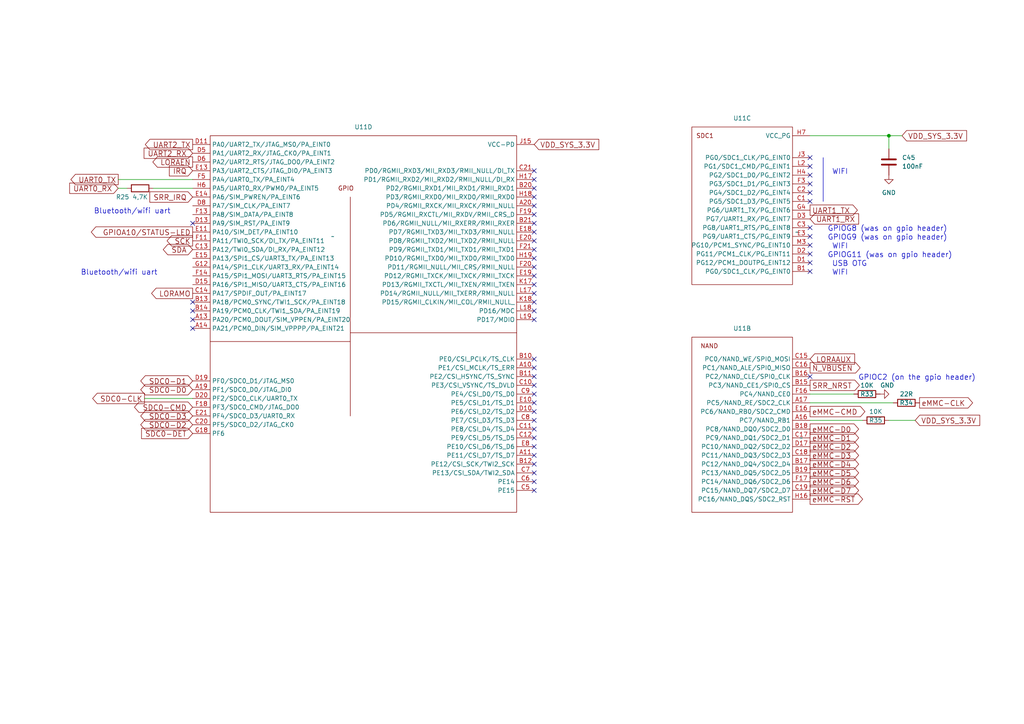
<source format=kicad_sch>
(kicad_sch (version 20230121) (generator eeschema)
  (paper "A4")
  (lib_symbols
    (symbol "Device:C" (pin_numbers hide) (pin_names (offset 0.254))
      (property "Reference" "C" (at 0.635 2.54 0))
      (property "Value" "C" (at 0.635 -2.54 0))
      (symbol "C_0_1"
        (polyline (pts (xy -2.032 -0.762) (xy 2.032 -0.762)) (stroke (width 0.508)))
        (polyline (pts (xy -2.032 0.762) (xy 2.032 0.762)) (stroke (width 0.508)))
      )
      (symbol "C_1_1"
        (pin passive line (at 0 3.81 270) (length 2.794) (name "~") (number "1"))
        (pin passive line (at 0 -3.81 90) (length 2.794) (name "~") (number "2"))
      )
    )
    (symbol "Device:R" (pin_numbers hide) (pin_names (offset 0))
      (property "Reference" "R" (at 2.032 0 90))
      (property "Value" "R" (at 0 0 90))
      (symbol "R_0_1"
        (rectangle (start -1.016 -2.54) (end 1.016 2.54) (stroke (width 0.254)))
      )
      (symbol "R_1_1"
        (pin passive line (at 0 3.81 270) (length 1.27) (name "~") (number "1"))
        (pin passive line (at 0 -3.81 90) (length 1.27) (name "~") (number "2"))
      )
    )
    (symbol "WiRoc:AllwinnerH3"
      (property "Reference" "U" (at 27.94 19.05 0))
      (symbol "AllwinnerH3_1_1"
        (rectangle (start -8.89 38.1) (end 11.43 -93.98))
        (text "DRAM" (at 1.27 35.56 0) (effects (font (size 1.27 1.27))))
        (pin bidirectional line (at -13.97 -27.94 0) (length 5.08) (name "SDQ25") (number "AA11"))
        (pin bidirectional line (at -13.97 -76.2 0) (length 5.08) (name "SDQM3") (number "AA12"))
        (pin bidirectional line (at -13.97 -17.78 0) (length 5.08) (name "SDQ21") (number "AA14"))
        (pin bidirectional line (at -13.97 -57.15 0) (length 5.08) (name "SDQS2") (number "AA15"))
        (pin bidirectional line (at -13.97 -7.62 0) (length 5.08) (name "SDQ17") (number "AA17"))
        (pin bidirectional line (at -13.97 -73.66 0) (length 5.08) (name "SDQM2") (number "AA18"))
        (pin output line (at 16.51 -53.34 180) (length 5.08) (name "SCK") (number "AA19"))
        (pin output line (at 16.51 -55.88 180) (length 5.08) (name "SCKB") (number "AA20"))
        (pin output line (at 16.51 -30.48 180) (length 5.08) (name "SCKE0") (number "AA21"))
        (pin bidirectional line (at -13.97 -38.1 0) (length 5.08) (name "SDQ29") (number "AA8"))
        (pin bidirectional line (at -13.97 -62.23 0) (length 5.08) (name "SDQS3") (number "AA9"))
        (pin bidirectional line (at -13.97 -71.12 0) (length 5.08) (name "SDQM1") (number "G20"))
        (pin bidirectional line (at -13.97 12.7 0) (length 5.08) (name "SDQ9") (number "H20"))
        (pin bidirectional line (at -13.97 10.16 0) (length 5.08) (name "SDQ10") (number "H21"))
        (pin bidirectional line (at -13.97 15.24 0) (length 5.08) (name "SDQ8") (number "J19"))
        (pin bidirectional line (at -13.97 -54.61 0) (length 5.08) (name "SDQSB1") (number "J20"))
        (pin bidirectional line (at -13.97 7.62 0) (length 5.08) (name "SDQ11") (number "J21"))
        (pin bidirectional line (at -13.97 -52.07 0) (length 5.08) (name "SDQS1") (number "K20"))
        (pin power_in line (at 16.51 -66.04 180) (length 5.08) (name "VCC_DRAM0") (number "L16"))
        (pin bidirectional line (at -13.97 5.08 0) (length 5.08) (name "SDQ12") (number "L20"))
        (pin bidirectional line (at -13.97 2.54 0) (length 5.08) (name "SDQ13") (number "L21"))
        (pin power_in line (at 16.51 -68.58 180) (length 5.08) (name "VCC_DRAM1") (number "M16"))
        (pin bidirectional line (at -13.97 -2.54 0) (length 5.08) (name "SDQ15") (number "M19"))
        (pin bidirectional line (at -13.97 -68.58 0) (length 5.08) (name "SDQM0") (number "M20"))
        (pin bidirectional line (at -13.97 0 0) (length 5.08) (name "SDQ14") (number "M21"))
        (pin power_in line (at 16.51 -71.12 180) (length 5.08) (name "VCC_DRAM2") (number "N16"))
        (pin output line (at 16.51 0 180) (length 5.08) (name "SA14") (number "N17"))
        (pin output line (at 16.51 7.62 180) (length 5.08) (name "SA11") (number "N19"))
        (pin bidirectional line (at -13.97 35.56 0) (length 5.08) (name "SDQ0") (number "N20"))
        (pin power_in line (at 16.51 -73.66 180) (length 5.08) (name "VCC_DRAM3") (number "P16"))
        (pin power_in line (at 16.51 -76.2 180) (length 5.08) (name "VCC_DRAM4") (number "P17"))
        (pin output line (at 16.51 10.16 180) (length 5.08) (name "SA10") (number "P19"))
        (pin bidirectional line (at -13.97 30.48 0) (length 5.08) (name "SDQ2") (number "P20"))
        (pin bidirectional line (at -13.97 33.02 0) (length 5.08) (name "SDQ1") (number "P21"))
        (pin power_in line (at 16.51 -78.74 180) (length 5.08) (name "VCC_DRAM5") (number "R16"))
        (pin output line (at 16.51 -2.54 180) (length 5.08) (name "SA15") (number "R17"))
        (pin output line (at 16.51 5.08 180) (length 5.08) (name "SA12") (number "R18"))
        (pin bidirectional line (at -13.97 25.4 0) (length 5.08) (name "SDQ4") (number "R19"))
        (pin bidirectional line (at -13.97 -46.99 0) (length 5.08) (name "SDQS0") (number "R20"))
        (pin bidirectional line (at -13.97 -49.53 0) (length 5.08) (name "SDQSB0") (number "R21"))
        (pin power_in line (at 16.51 -81.28 180) (length 5.08) (name "VCC_DRAM6") (number "T12"))
        (pin power_in line (at 16.51 -83.82 180) (length 5.08) (name "VCC_DRAM7") (number "T13"))
        (pin power_in line (at 16.51 -86.36 180) (length 5.08) (name "VCC_DRAM8") (number "T14"))
        (pin power_in line (at 16.51 -88.9 180) (length 5.08) (name "VCC_DRAM9") (number "T15"))
        (pin output line (at 16.51 -59.69 180) (length 5.08) (name "SVREF") (number "T16"))
        (pin output line (at 16.51 35.56 180) (length 5.08) (name "SA0") (number "T17"))
        (pin output line (at 16.51 -10.16 180) (length 5.08) (name "SBA1") (number "T18"))
        (pin bidirectional line (at -13.97 22.86 0) (length 5.08) (name "SDQ5") (number "T20"))
        (pin power_in line (at 16.51 -91.44 180) (length 5.08) (name "VCC_DRAM10") (number "U11"))
        (pin output line (at 16.51 -20.32 180) (length 5.08) (name "SCAS") (number "U15"))
        (pin output line (at 16.51 -25.4 180) (length 5.08) (name "SRST") (number "U16"))
        (pin output line (at 16.51 33.02 180) (length 5.08) (name "SA1") (number "U18"))
        (pin bidirectional line (at -13.97 20.32 0) (length 5.08) (name "SDQ6") (number "U19"))
        (pin bidirectional line (at -13.97 17.78 0) (length 5.08) (name "SDQ7") (number "U20"))
        (pin bidirectional line (at -13.97 27.94 0) (length 5.08) (name "SDQ3") (number "U21"))
        (pin bidirectional line (at -13.97 -80.01 0) (length 5.08) (name "SZQ") (number "V10"))
        (pin output line (at 16.51 -48.26 180) (length 5.08) (name "SODT1") (number "V11"))
        (pin output line (at 16.51 2.54 180) (length 5.08) (name "SA13") (number "V12"))
        (pin output line (at 16.51 -17.78 180) (length 5.08) (name "SRAS") (number "V13"))
        (pin output line (at 16.51 17.78 180) (length 5.08) (name "SA7") (number "V15"))
        (pin output line (at 16.51 -12.7 180) (length 5.08) (name "SBA2") (number "V17"))
        (pin output line (at 16.51 30.48 180) (length 5.08) (name "SA2") (number "V19"))
        (pin output line (at 16.51 27.94 180) (length 5.08) (name "SA3") (number "V20"))
        (pin output line (at 16.51 25.4 180) (length 5.08) (name "SA4") (number "V21"))
        (pin output line (at 16.51 -45.72 180) (length 5.08) (name "SODT0") (number "W11"))
        (pin bidirectional line (at -13.97 -25.4 0) (length 5.08) (name "SDQ24") (number "W12"))
        (pin output line (at 16.51 -22.86 180) (length 5.08) (name "SWE") (number "W13"))
        (pin bidirectional line (at -13.97 -12.7 0) (length 5.08) (name "SDQ19") (number "W15"))
        (pin output line (at 16.51 -7.62 180) (length 5.08) (name "SBA0") (number "W17"))
        (pin output line (at 16.51 15.24 180) (length 5.08) (name "SA8") (number "W18"))
        (pin output line (at 16.51 -38.1 180) (length 5.08) (name "SCS0") (number "W20"))
        (pin output line (at 16.51 -40.64 180) (length 5.08) (name "SCS1") (number "W21"))
        (pin bidirectional line (at -13.97 -35.56 0) (length 5.08) (name "SDQ28") (number "W9"))
        (pin bidirectional line (at -13.97 -33.02 0) (length 5.08) (name "SDQ27") (number "Y10"))
        (pin bidirectional line (at -13.97 -30.48 0) (length 5.08) (name "SDQ26") (number "Y11"))
        (pin bidirectional line (at -13.97 -22.86 0) (length 5.08) (name "SDQ23") (number "Y12"))
        (pin bidirectional line (at -13.97 -20.32 0) (length 5.08) (name "SDQ22") (number "Y13"))
        (pin bidirectional line (at -13.97 -15.24 0) (length 5.08) (name "SDQ20") (number "Y14"))
        (pin bidirectional line (at -13.97 -59.69 0) (length 5.08) (name "SDQSB2") (number "Y15"))
        (pin bidirectional line (at -13.97 -10.16 0) (length 5.08) (name "SDQ18") (number "Y16"))
        (pin bidirectional line (at -13.97 -5.08 0) (length 5.08) (name "SDQ16") (number "Y17"))
        (pin output line (at 16.51 12.7 180) (length 5.08) (name "SA9") (number "Y18"))
        (pin output line (at 16.51 22.86 180) (length 5.08) (name "SA5") (number "Y19"))
        (pin output line (at 16.51 20.32 180) (length 5.08) (name "SA6") (number "Y20"))
        (pin output line (at 16.51 -33.02 180) (length 5.08) (name "SCKE1") (number "Y21"))
        (pin bidirectional line (at -13.97 -43.18 0) (length 5.08) (name "SDQ31") (number "Y7"))
        (pin bidirectional line (at -13.97 -40.64 0) (length 5.08) (name "SDQ30") (number "Y8"))
        (pin bidirectional line (at -13.97 -64.77 0) (length 5.08) (name "SDQSB3") (number "Y9"))
      )
      (symbol "AllwinnerH3_2_1"
        (rectangle (start -22.86 26.67) (end 6.35 -24.13))
        (text "NAND" (at -17.78 24.13 0) (effects (font (size 1.27 1.27))))
        (pin bidirectional line (at 11.43 2.54 180) (length 5.08) (name "PC7/NAND_RB1") (number "A16"))
        (pin bidirectional line (at 11.43 7.62 180) (length 5.08) (name "PC5/NAND_RE/SDC2_CLK") (number "A17"))
        (pin bidirectional line (at 11.43 12.7 180) (length 5.08) (name "PC3/NAND_CE1/SPI0_CS") (number "B15"))
        (pin bidirectional line (at 11.43 15.24 180) (length 5.08) (name "PC2/NAND_CLE/SPI0_CLK") (number "B16"))
        (pin bidirectional line (at 11.43 -10.16 180) (length 5.08) (name "PC12/NAND_DQ4/SDC2_D4") (number "B17"))
        (pin bidirectional line (at 11.43 0 180) (length 5.08) (name "PC8/NAND_DQ0/SDC2_D0") (number "B18"))
        (pin bidirectional line (at 11.43 -12.7 180) (length 5.08) (name "PC13/NAND_DQ5/SDC2_D5") (number "B19"))
        (pin bidirectional line (at 11.43 20.32 180) (length 5.08) (name "PC0/NAND_WE/SPI0_MOSI") (number "C15"))
        (pin bidirectional line (at 11.43 17.78 180) (length 5.08) (name "PC1/NAND_ALE/SPI0_MISO") (number "C16"))
        (pin bidirectional line (at 11.43 -2.54 180) (length 5.08) (name "PC9/NAND_DQ1/SDC2_D1") (number "C17"))
        (pin bidirectional line (at 11.43 -7.62 180) (length 5.08) (name "PC11/NAND_DQ3/SDC2_D3") (number "C18"))
        (pin bidirectional line (at 11.43 -17.78 180) (length 5.08) (name "PC15/NAND_DQ7/SDC2_D7") (number "C19"))
        (pin bidirectional line (at 11.43 -5.08 180) (length 5.08) (name "PC10/NAND_DQ2/SDC2_D2") (number "D17"))
        (pin bidirectional line (at 11.43 5.08 180) (length 5.08) (name "PC6/NAND_RB0/SDC2_CMD") (number "E16"))
        (pin bidirectional line (at 11.43 10.16 180) (length 5.08) (name "PC4/NAND_CE0") (number "F16"))
        (pin bidirectional line (at 11.43 -15.24 180) (length 5.08) (name "PC14/NAND_DQ6/SDC2_D6") (number "F17"))
        (pin bidirectional line (at 11.43 -20.32 180) (length 5.08) (name "PC16/NAND_DQS/SDC2_RST") (number "H16"))
      )
      (symbol "AllwinnerH3_3_1"
        (rectangle (start -21.59 27.94) (end 7.62 -17.78))
        (text "SDC1\n" (at -17.78 25.4 0) (effects (font (size 1.27 1.27))))
        (pin bidirectional line (at 12.7 -13.97 180) (length 5.08) (name "PG0/SDC1_CLK/PG_EINT0") (number "B1"))
        (pin bidirectional line (at 12.7 6.35 180) (length 5.08) (name "PG5/SDC1_D3/PG_EINT5") (number "C1"))
        (pin bidirectional line (at 12.7 8.89 180) (length 5.08) (name "PG4/SDC1_D2/PG_EINT4") (number "C2"))
        (pin bidirectional line (at 12.7 -1.27 180) (length 5.08) (name "PG8/UART1_RTS/PG_EINT8") (number "C3"))
        (pin bidirectional line (at 12.7 -11.43 180) (length 5.08) (name "PG12/PCM1_DOUTPG_EINT12") (number "D1"))
        (pin bidirectional line (at 12.7 -8.89 180) (length 5.08) (name "PG11/PCM1_CLK/PG_EINT11") (number "D2"))
        (pin bidirectional line (at 12.7 1.27 180) (length 5.08) (name "PG7/UART1_RX/PG_EINT7") (number "D3"))
        (pin bidirectional line (at 12.7 -3.81 180) (length 5.08) (name "PG9/UART1_CTS/PG_EINT9") (number "E3"))
        (pin bidirectional line (at 12.7 11.43 180) (length 5.08) (name "PG3/SDC1_D1/PG_EINT3") (number "F3"))
        (pin bidirectional line (at 12.7 3.81 180) (length 5.08) (name "PG6/UART1_TX/PG_EINT6") (number "G4"))
        (pin bidirectional line (at 12.7 13.97 180) (length 5.08) (name "PG2/SDC1_D0/PG_EINT2") (number "H4"))
        (pin power_in line (at 12.7 25.4 180) (length 5.08) (name "VCC_PG") (number "H7"))
        (pin bidirectional line (at 12.7 19.05 180) (length 5.08) (name "PG0/SDC1_CLK/PG_EINT0") (number "J3"))
        (pin bidirectional line (at 12.7 16.51 180) (length 5.08) (name "PG1/SDC1_CMD/PG_EINT1") (number "L2"))
        (pin bidirectional line (at 12.7 -6.35 180) (length 5.08) (name "PG10/PCM1_SYNC/PG_EINT10") (number "M3"))
      )
      (symbol "AllwinnerH3_4_1"
        (rectangle (start -26.67 26.67) (end 62.23 -82.55))
        (polyline (pts (xy 13.97 -30.48) (xy 62.23 -30.48)))
        (polyline (pts (xy 13.97 -33.02) (xy -26.67 -33.02) (xy -22.86 -33.02)))
        (polyline (pts (xy 13.97 8.89) (xy 13.97 -54.61) (xy 13.97 -27.94)))
        (text "GPIO" (at 12.7 11.43 0) (effects (font (size 1.27 1.27))))
        (pin bidirectional line (at 67.31 -40.64 180) (length 5.08) (name "PE1/CSI_MCLK/TS_ERR") (number "A10"))
        (pin bidirectional line (at 67.31 -66.04 180) (length 5.08) (name "PE11/CSI_D7/TS_D7") (number "A11"))
        (pin bidirectional line (at -31.75 -26.67 0) (length 5.08) (name "PA20/PCM0_DOUT/SIM_VPPEN/PA_EINT20") (number "A13"))
        (pin bidirectional line (at -31.75 -29.21 0) (length 5.08) (name "PA21/PCM0_DIN/SIM_VPPPP/PA_EINT21") (number "A14"))
        (pin bidirectional line (at -31.75 -46.99 0) (length 5.08) (name "PF1/SDC0_D0/JTAG_DI0") (number "A19"))
        (pin bidirectional line (at 67.31 6.35 180) (length 5.08) (name "PD4/RGMII_RXCK/MII_RXCK/RMII_NULL") (number "A20"))
        (pin bidirectional line (at 67.31 -38.1 180) (length 5.08) (name "PE0/CSI_PCLK/TS_CLK") (number "B10"))
        (pin bidirectional line (at 67.31 -43.18 180) (length 5.08) (name "PE2/CSI_HSYNC/TS_SYNC") (number "B11"))
        (pin bidirectional line (at 67.31 -68.58 180) (length 5.08) (name "PE12/CSI_SCK/TWI2_SCK") (number "B12"))
        (pin bidirectional line (at -31.75 -21.59 0) (length 5.08) (name "PA18/PCM0_SYNC/TWI1_SCK/PA_EINT18") (number "B13"))
        (pin bidirectional line (at -31.75 -24.13 0) (length 5.08) (name "PA19/PCM0_CLK/TWI1_SDA/PA_EINT19") (number "B14"))
        (pin bidirectional line (at 67.31 11.43 180) (length 5.08) (name "PD2/RGMII_RXD1/MII_RXD1/RMII_RXD1") (number "B20"))
        (pin bidirectional line (at 67.31 1.27 180) (length 5.08) (name "PD6/RGMII_NULL/MII_RXERR/RMII_RXER") (number "B21"))
        (pin bidirectional line (at 67.31 -45.72 180) (length 5.08) (name "PE3/CSI_VSYNC/TS_DVLD") (number "C10"))
        (pin bidirectional line (at 67.31 -58.42 180) (length 5.08) (name "PE8/CSI_D4/TS_D4") (number "C11"))
        (pin bidirectional line (at 67.31 -60.96 180) (length 5.08) (name "PE9/CSI_D5/TS_D5") (number "C12"))
        (pin bidirectional line (at -31.75 -6.35 0) (length 5.08) (name "PA12/TWI0_SDA/DI_RX/PA_EINT12") (number "C13"))
        (pin bidirectional line (at -31.75 -19.05 0) (length 5.08) (name "PA17/SPDIF_OUT/PA_EINT17") (number "C14"))
        (pin bidirectional line (at -31.75 -57.15 0) (length 5.08) (name "PF5/SDC0_D2/JTAG_CK0") (number "C20"))
        (pin bidirectional line (at 67.31 16.51 180) (length 5.08) (name "PD0/RGMII_RXD3/MII_RXD3/RMII_NULL/DI_TX") (number "C21"))
        (pin bidirectional line (at 67.31 -76.2 180) (length 5.08) (name "PE15") (number "C5"))
        (pin bidirectional line (at 67.31 -73.66 180) (length 5.08) (name "PE14") (number "C6"))
        (pin bidirectional line (at 67.31 -71.12 180) (length 5.08) (name "PE13/CSI_SDA/TWI2_SDA") (number "C7"))
        (pin bidirectional line (at 67.31 -55.88 180) (length 5.08) (name "PE7/CSI_D3/TS_D3") (number "C8"))
        (pin bidirectional line (at 67.31 -48.26 180) (length 5.08) (name "PE4/CSI_D0/TS_D0") (number "C9"))
        (pin bidirectional line (at 67.31 -53.34 180) (length 5.08) (name "PE6/CSI_D2/TS_D2") (number "D10"))
        (pin bidirectional line (at -31.75 24.13 0) (length 5.08) (name "PA0/UART2_TX/JTAG_MS0/PA_EINT0") (number "D11"))
        (pin bidirectional line (at -31.75 1.27 0) (length 5.08) (name "PA9/SIM_RST/PA_EINT9") (number "D13"))
        (pin bidirectional line (at -31.75 -16.51 0) (length 5.08) (name "PA16/SPI1_MISO/UART3_CTS/PA_EINT16") (number "D15"))
        (pin bidirectional line (at -31.75 -44.45 0) (length 5.08) (name "PF0/SDC0_D1/JTAG_MS0") (number "D19"))
        (pin bidirectional line (at -31.75 -49.53 0) (length 5.08) (name "PF2/SDC0_CLK/UART0_TX") (number "D20"))
        (pin bidirectional line (at -31.75 21.59 0) (length 5.08) (name "PA1/UART2_RX/JTAG_CK0/PA_EINT1") (number "D5"))
        (pin bidirectional line (at -31.75 19.05 0) (length 5.08) (name "PA2/UART2_RTS/JTAG_DO0/PA_EINT2") (number "D6"))
        (pin bidirectional line (at -31.75 6.35 0) (length 5.08) (name "PA7/SIM_CLK/PA_EINT7") (number "D8"))
        (pin bidirectional line (at 67.31 -50.8 180) (length 5.08) (name "PE5/CSI_D1/TS_D1") (number "E10"))
        (pin bidirectional line (at -31.75 -1.27 0) (length 5.08) (name "PA10/SIM_DET/PA_EINT10") (number "E11"))
        (pin bidirectional line (at -31.75 16.51 0) (length 5.08) (name "PA3/UART2_CTS/JTAG_DI0/PA_EINT3") (number "E13"))
        (pin bidirectional line (at -31.75 8.89 0) (length 5.08) (name "PA6/SIM_PWREN/PA_EINT6") (number "E14"))
        (pin bidirectional line (at -31.75 -8.89 0) (length 5.08) (name "PA13/SPI1_CS/UART3_TX/PA_EINT13") (number "E15"))
        (pin bidirectional line (at 67.31 -1.27 180) (length 5.08) (name "PD7/RGMII_TXD3/MII_TXD3/RMII_NULL") (number "E18"))
        (pin bidirectional line (at 67.31 -13.97 180) (length 5.08) (name "PD12/RGMII_TXCK/MII_TXCK/RMII_TXCK") (number "E19"))
        (pin bidirectional line (at 67.31 -3.81 180) (length 5.08) (name "PD8/RGMII_TXD2/MII_TXD2/RMII_NULL") (number "E20"))
        (pin bidirectional line (at -31.75 -54.61 0) (length 5.08) (name "PF4/SDC0_D3/UART0_RX") (number "E21"))
        (pin bidirectional line (at 67.31 -63.5 180) (length 5.08) (name "PE10/CSI_D6/TS_D6") (number "E8"))
        (pin bidirectional line (at -31.75 -3.81 0) (length 5.08) (name "PA11/TWI0_SCK/DI_TX/PA_EINT11") (number "F11"))
        (pin bidirectional line (at -31.75 3.81 0) (length 5.08) (name "PA8/SIM_DATA/PA_EINT8") (number "F13"))
        (pin bidirectional line (at -31.75 -13.97 0) (length 5.08) (name "PA15/SPI1_MOSI/UART3_RTS/PA_EINT15") (number "F14"))
        (pin bidirectional line (at -31.75 -52.07 0) (length 5.08) (name "PF3/SDC0_CMD/JTAG_DO0") (number "F18"))
        (pin bidirectional line (at 67.31 3.81 180) (length 5.08) (name "PD5/RGMII_RXCTL/MII_RXDV/RMII_CRS_D") (number "F19"))
        (pin bidirectional line (at 67.31 -11.43 180) (length 5.08) (name "PD11/RGMII_NULL/MII_CRS/RMII_NULL") (number "F20"))
        (pin bidirectional line (at 67.31 -6.35 180) (length 5.08) (name "PD9/RGMII_TXD1/MII_TXD1/RMII_TXD1") (number "F21"))
        (pin bidirectional line (at -31.75 13.97 0) (length 5.08) (name "PA4/UART0_TX/PA_EINT4") (number "F5"))
        (pin bidirectional line (at -31.75 -11.43 0) (length 5.08) (name "PA14/SPI1_CLK/UART3_RX/PA_EINT14") (number "G12"))
        (pin bidirectional line (at -31.75 -59.69 0) (length 5.08) (name "PF6") (number "G18"))
        (pin bidirectional line (at 67.31 13.97 180) (length 5.08) (name "PD1/RGMII_RXD2/MII_RXD2/RMII_NULL/DI_RX") (number "H17"))
        (pin bidirectional line (at 67.31 8.89 180) (length 5.08) (name "PD3/RGMII_RXD0/MII_RXD0/RMII_RXD0") (number "H18"))
        (pin bidirectional line (at 67.31 -8.89 180) (length 5.08) (name "PD10/RGMII_TXD0/MII_TXD0/RMII_TXD0") (number "H19"))
        (pin bidirectional line (at -31.75 11.43 0) (length 5.08) (name "PA5/UART0_RX/PWM0/PA_EINT5") (number "H6"))
        (pin power_in line (at 67.31 24.13 180) (length 5.08) (name "VCC-PD") (number "J15"))
        (pin bidirectional line (at 67.31 -16.51 180) (length 5.08) (name "PD13/RGMII_TXCTL/MII_TXEN/RMII_TXEN") (number "K17"))
        (pin bidirectional line (at 67.31 -21.59 180) (length 5.08) (name "PD15/RGMII_CLKIN/MII_COL/RMII_NULL_") (number "K18"))
        (pin bidirectional line (at 67.31 -19.05 180) (length 5.08) (name "PD14/RGMII_NULL/MII_TXERR/RMII_NULL") (number "L17"))
        (pin bidirectional line (at 67.31 -24.13 180) (length 5.08) (name "PD16/MDC") (number "L18"))
        (pin bidirectional line (at 67.31 -26.67 180) (length 5.08) (name "PD17/MDIO") (number "L19"))
      )
      (symbol "AllwinnerH3_5_1"
        (rectangle (start -17.78 17.78) (end 25.4 -17.78))
        (text "CPUS" (at -13.97 12.7 0) (effects (font (size 1.27 1.27))))
        (pin bidirectional line (at 30.48 11.43 180) (length 5.08) (name "PL1/S_TWI_SDA/S_PL_EINT1") (number "M1"))
        (pin bidirectional line (at 30.48 -8.89 180) (length 5.08) (name "PL9/S_PL_EINT9") (number "M6"))
        (pin bidirectional line (at 30.48 13.97 180) (length 5.08) (name "PL0/S_TWI_SCK/S_PL_EINT0") (number "N1"))
        (pin bidirectional line (at 30.48 3.81 180) (length 5.08) (name "PL4/S_JTAG_MS/S_PL_EINT4") (number "N2"))
        (pin bidirectional line (at 30.48 8.89 180) (length 5.08) (name "PL2/S_UART_TX/S_PL_EINT2") (number "P2"))
        (pin bidirectional line (at 30.48 6.35 180) (length 5.08) (name "PL3/S_UART_RX/S_PL_EINT3") (number "R1"))
        (pin bidirectional line (at 30.48 1.27 180) (length 5.08) (name "PL5/S_JTAG_CK/S_PL_EINT5") (number "R2"))
        (pin bidirectional line (at 30.48 -6.35 180) (length 5.08) (name "PL8/S_PL_EINT8") (number "T2"))
        (pin bidirectional line (at 30.48 -3.81 180) (length 5.08) (name "PL7/S_JTAG_SI/S_PL_EINT7") (number "T3"))
        (pin bidirectional line (at 30.48 -1.27 180) (length 5.08) (name "PL6/S_JTAG_DO/S_PL_EINT6") (number "T4"))
        (pin bidirectional line (at 30.48 -13.97 180) (length 5.08) (name "PL11/S_CIR_RX/S_PL_EINT11") (number "U2"))
        (pin bidirectional line (at 30.48 -11.43 180) (length 5.08) (name "PL10/S_PWM/S_PL_EINT10") (number "V2"))
      )
      (symbol "AllwinnerH3_6_1"
        (rectangle (start -16.51 19.05) (end 21.59 -49.53))
        (polyline (pts (xy -16.51 -19.05) (xy 1.27 -19.05)))
        (polyline (pts (xy 1.27 -26.67) (xy 21.59 -26.67)))
        (polyline (pts (xy 1.27 19.05) (xy 1.27 -49.53)))
        (text "AUDIO\nCODEC" (at -2.54 3.81 0) (effects (font (size 1.27 1.27))))
        (text "EPHY" (at -3.81 -48.26 0) (effects (font (size 1.27 1.27))))
        (text "HDMI" (at 5.08 16.51 0) (effects (font (size 1.27 1.27))))
        (text "TVOUT" (at 5.08 -30.48 0) (effects (font (size 1.27 1.27))))
        (pin bidirectional line (at -21.59 -35.56 0) (length 5.08) (name "EPHY_LINK_LED") (number "A2"))
        (pin bidirectional line (at -21.59 -30.48 0) (length 5.08) (name "EPHY_TXN") (number "A3"))
        (pin bidirectional line (at -21.59 -25.4 0) (length 5.08) (name "EPHY_RXN") (number "A4"))
        (pin bidirectional line (at -21.59 6.35 0) (length 5.08) (name "MICIN2N") (number "AA2"))
        (pin bidirectional line (at -21.59 1.27 0) (length 5.08) (name "LINEOUTL") (number "AA3"))
        (pin bidirectional line (at -21.59 -27.94 0) (length 5.08) (name "EPHY_TXP") (number "B3"))
        (pin bidirectional line (at -21.59 -22.86 0) (length 5.08) (name "EPHY_RXP") (number "B4"))
        (pin bidirectional line (at 26.67 -8.89 180) (length 5.08) (name "HTXCN") (number "E2"))
        (pin bidirectional line (at 26.67 6.35 180) (length 5.08) (name "HTX0N") (number "F1"))
        (pin bidirectional line (at 26.67 -39.37 180) (length 5.08) (name "TVOUT") (number "F10"))
        (pin bidirectional line (at 26.67 -6.35 180) (length 5.08) (name "HTXCP") (number "F2"))
        (pin bidirectional line (at -21.59 -33.02 0) (length 5.08) (name "EPHY_RTX") (number "F6"))
        (pin bidirectional line (at -21.59 -38.1 0) (length 5.08) (name "EPHY_SPD_LED") (number "F7"))
        (pin bidirectional line (at -21.59 -40.64 0) (length 5.08) (name "EPHY_VDD") (number "F8"))
        (pin bidirectional line (at 26.67 8.89 180) (length 5.08) (name "HTX0P") (number "G1"))
        (pin bidirectional line (at 26.67 1.27 180) (length 5.08) (name "HTX1N") (number "G2"))
        (pin bidirectional line (at 26.67 -13.97 180) (length 5.08) (name "HCEC") (number "G5"))
        (pin bidirectional line (at -21.59 -43.18 0) (length 5.08) (name "EPHY_VCC") (number "G7"))
        (pin bidirectional line (at 26.67 -41.91 180) (length 5.08) (name "V33_TV") (number "G9"))
        (pin bidirectional line (at 26.67 3.81 180) (length 5.08) (name "HTX1P") (number "H2"))
        (pin bidirectional line (at 26.67 -19.05 180) (length 5.08) (name "HSCL") (number "H3"))
        (pin bidirectional line (at 26.67 -44.45 180) (length 5.08) (name "GND_TV") (number "H8"))
        (pin bidirectional line (at 26.67 -1.27 180) (length 5.08) (name "HTX2P") (number "J1"))
        (pin bidirectional line (at 26.67 -3.81 180) (length 5.08) (name "HTX2N") (number "J2"))
        (pin power_in line (at 26.67 16.51 180) (length 5.08) (name "HVCC") (number "J6"))
        (pin bidirectional line (at 26.67 -16.51 180) (length 5.08) (name "HSDA") (number "K3"))
        (pin bidirectional line (at 26.67 -11.43 180) (length 5.08) (name "HHPD") (number "M2"))
        (pin power_in line (at 26.67 13.97 180) (length 5.08) (name "HGND") (number "M5"))
        (pin bidirectional line (at -21.59 -16.51 0) (length 5.08) (name "AGND") (number "U3"))
        (pin bidirectional line (at -21.59 -11.43 0) (length 5.08) (name "LINEINL") (number "V1"))
        (pin bidirectional line (at -21.59 -6.35 0) (length 5.08) (name "AVCC") (number "V3"))
        (pin bidirectional line (at -21.59 -8.89 0) (length 5.08) (name "VRP") (number "V4"))
        (pin bidirectional line (at -21.59 -13.97 0) (length 5.08) (name "LINEINR") (number "W1"))
        (pin bidirectional line (at -21.59 13.97 0) (length 5.08) (name "MICIN1P") (number "W2"))
        (pin bidirectional line (at -21.59 16.51 0) (length 5.08) (name "MBIAS") (number "W3"))
        (pin bidirectional line (at -21.59 -3.81 0) (length 5.08) (name "VRA2") (number "W5"))
        (pin bidirectional line (at -21.59 11.43 0) (length 5.08) (name "MICIN1N") (number "Y1"))
        (pin bidirectional line (at -21.59 8.89 0) (length 5.08) (name "MICIN2P") (number "Y2"))
        (pin bidirectional line (at -21.59 3.81 0) (length 5.08) (name "LINEOUTR") (number "Y3"))
        (pin bidirectional line (at -21.59 -1.27 0) (length 5.08) (name "VRA1") (number "Y4"))
      )
      (symbol "AllwinnerH3_7_1"
        (polyline (pts (xy 27.94 17.78) (xy 27.94 -48.26)))
        (rectangle (start 10.16 17.78) (end 49.53 -48.26))
        (text "SYS" (at 31.75 13.97 0) (effects (font (size 1.27 1.27))))
        (text "USB" (at 13.97 13.97 0) (effects (font (size 1.27 1.27))))
        (pin bidirectional line (at 54.61 11.43 180) (length 5.08) (name "JTAG_SEL0") (number "A1"))
        (pin bidirectional line (at 5.08 -7.62 0) (length 5.08) (name "USB_DP0") (number "A5"))
        (pin bidirectional line (at 5.08 -26.67 0) (length 5.08) (name "USB_DP2") (number "A7"))
        (pin bidirectional line (at 5.08 -24.13 0) (length 5.08) (name "USB_DM2") (number "A8"))
        (pin bidirectional line (at 54.61 -5.08 180) (length 5.08) (name "KEYADC") (number "AA5"))
        (pin bidirectional line (at 54.61 3.81 180) (length 5.08) (name "NMI") (number "AA6"))
        (pin bidirectional line (at 54.61 8.89 180) (length 5.08) (name "JTAG_SEL") (number "B2"))
        (pin bidirectional line (at 5.08 -5.08 0) (length 5.08) (name "USB_DM0") (number "B5"))
        (pin bidirectional line (at 5.08 -16.51 0) (length 5.08) (name "USB_DP1") (number "B6"))
        (pin bidirectional line (at 5.08 -13.97 0) (length 5.08) (name "USB_DM1") (number "B7"))
        (pin bidirectional line (at 5.08 -36.83 0) (length 5.08) (name "USB_DP3") (number "B8"))
        (pin bidirectional line (at 5.08 -34.29 0) (length 5.08) (name "USB_DM3") (number "B9"))
        (pin bidirectional line (at 54.61 -10.16 180) (length 5.08) (name "VDD_EFUSE") (number "G10"))
        (pin bidirectional line (at 5.08 5.08 0) (length 5.08) (name "VCC-USB") (number "G11"))
        (pin bidirectional line (at 54.61 -12.7 180) (length 5.08) (name "VDD_EFUSEBP") (number "H11"))
        (pin bidirectional line (at 54.61 -22.86 180) (length 5.08) (name "X24MOUT") (number "K1"))
        (pin bidirectional line (at 54.61 -25.4 180) (length 5.08) (name "X24MIN") (number "K2"))
        (pin bidirectional line (at 54.61 -20.32 180) (length 5.08) (name "X24MFOUT") (number "K4"))
        (pin bidirectional line (at 54.61 -31.75 180) (length 5.08) (name "VCC_RTC") (number "K6"))
        (pin bidirectional line (at 54.61 -15.24 180) (length 5.08) (name "PLLTEST") (number "L5"))
        (pin bidirectional line (at 54.61 -34.29 180) (length 5.08) (name "RTC_VIO") (number "M4"))
        (pin bidirectional line (at 54.61 -17.78 180) (length 5.08) (name "VCC_PLL") (number "N3"))
        (pin bidirectional line (at 54.61 -39.37 180) (length 5.08) (name "X32KFOUT") (number "P3"))
        (pin bidirectional line (at 54.61 6.35 180) (length 5.08) (name "TEST") (number "T5"))
        (pin bidirectional line (at 54.61 -41.91 180) (length 5.08) (name "X32KOUT") (number "U4"))
        (pin bidirectional line (at 54.61 -44.45 180) (length 5.08) (name "X32KIN") (number "V5"))
        (pin bidirectional line (at 54.61 1.27 180) (length 5.08) (name "RESET") (number "V6"))
        (pin bidirectional line (at 54.61 13.97 180) (length 5.08) (name "UBOOT") (number "W6"))
      )
      (symbol "AllwinnerH3_8_1"
        (rectangle (start 26.67 17.78) (end 59.69 -40.64))
        (text "POWER" (at 41.91 15.24 0) (effects (font (size 1.27 1.27))))
        (pin power_in line (at 64.77 -24.13 180) (length 5.08) (name "VDD_SYS0") (number "G13"))
        (pin power_in line (at 64.77 -26.67 180) (length 5.08) (name "VDD_SYS1") (number "G14"))
        (pin power_in line (at 64.77 -29.21 180) (length 5.08) (name "VDD_SYS2") (number "G15"))
        (pin power_in line (at 64.77 13.97 180) (length 5.08) (name "VDD_SYS0") (number "H10"))
        (pin power_in line (at 64.77 -31.75 180) (length 5.08) (name "VDD_SYS3") (number "H13"))
        (pin power_in line (at 64.77 -34.29 180) (length 5.08) (name "VDD_SYS4") (number "H14"))
        (pin power_in line (at 64.77 8.89 180) (length 5.08) (name "VDD_SYS2") (number "J10"))
        (pin power_in line (at 64.77 6.35 180) (length 5.08) (name "VDD_SYS3") (number "J11"))
        (pin power_in line (at 64.77 3.81 180) (length 5.08) (name "VDD_SYS4") (number "J12"))
        (pin power_in line (at 64.77 -36.83 180) (length 5.08) (name "VDD_SYS5") (number "J14"))
        (pin power_in line (at 21.59 -34.29 0) (length 5.08) (name "VDD_CPUS0") (number "J7"))
        (pin power_in line (at 21.59 -36.83 0) (length 5.08) (name "VDD_CPUS1") (number "J8"))
        (pin power_in line (at 64.77 1.27 180) (length 5.08) (name "VDD_SYS5") (number "K10"))
        (pin power_in line (at 64.77 -1.27 180) (length 5.08) (name "VDD_SYS6") (number "K11"))
        (pin power_in line (at 64.77 -3.81 180) (length 5.08) (name "VDD_SYS7") (number "K12"))
        (pin power_in line (at 64.77 11.43 180) (length 5.08) (name "VDD_SYS1") (number "L10"))
        (pin power_in line (at 64.77 -6.35 180) (length 5.08) (name "VDD_SYS8") (number "L11"))
        (pin power_in line (at 64.77 -8.89 180) (length 5.08) (name "VDD_SYS9") (number "L12"))
        (pin power_in line (at 64.77 -11.43 180) (length 5.08) (name "VDD_SYS10") (number "L13"))
        (pin power_in line (at 64.77 -13.97 180) (length 5.08) (name "VDD_SYS11") (number "L14"))
        (pin power_in line (at 21.59 13.97 0) (length 5.08) (name "VDD_CPUX0") (number "N8"))
        (pin power_in line (at 21.59 11.43 0) (length 5.08) (name "VDD_CPUX1") (number "P6"))
        (pin power_in line (at 21.59 8.89 0) (length 5.08) (name "VDD_CPUX2") (number "P7"))
        (pin power_in line (at 21.59 6.35 0) (length 5.08) (name "VDD_CPUX3") (number "P8"))
        (pin power_in line (at 21.59 3.81 0) (length 5.08) (name "VDD_CPUX4") (number "P9"))
        (pin power_in line (at 21.59 1.27 0) (length 5.08) (name "VDD_CPUX5") (number "R6"))
        (pin power_in line (at 21.59 -1.27 0) (length 5.08) (name "VDD_CPUX6") (number "R7"))
        (pin power_in line (at 21.59 -3.81 0) (length 5.08) (name "VDD_CPUX7") (number "R8"))
        (pin power_in line (at 21.59 -26.67 0) (length 5.08) (name "VDD_CPUXFB") (number "T10"))
        (pin power_in line (at 21.59 -6.35 0) (length 5.08) (name "VDD_CPUX8") (number "T6"))
        (pin power_in line (at 21.59 -8.89 0) (length 5.08) (name "VDD_CPUX9") (number "T7"))
        (pin power_in line (at 21.59 -11.43 0) (length 5.08) (name "VDD_CPUX10") (number "T8"))
        (pin power_in line (at 21.59 -29.21 0) (length 5.08) (name "GND_CPUXFB") (number "T9"))
        (pin power_in line (at 21.59 -13.97 0) (length 5.08) (name "VDD_CPUX11") (number "U6"))
        (pin power_in line (at 21.59 -16.51 0) (length 5.08) (name "VDD_CPUX12") (number "U9"))
      )
      (symbol "AllwinnerH3_9_1"
        (rectangle (start 26.67 16.51) (end 59.69 -49.53))
        (text "GND" (at 43.18 13.97 0) (effects (font (size 1.27 1.27))))
        (pin power_in line (at 21.59 12.7 0) (length 5.08) (name "GND0") (number "A21"))
        (pin power_in line (at 64.77 -43.18 180) (length 5.08) (name "GND46") (number "AA1"))
        (pin power_in line (at 64.77 -45.72 180) (length 5.08) (name "GND47") (number "G8"))
        (pin power_in line (at 21.59 10.16 0) (length 5.08) (name "GND1") (number "H12"))
        (pin power_in line (at 21.59 7.62 0) (length 5.08) (name "GND2") (number "H15"))
        (pin power_in line (at 21.59 5.08 0) (length 5.08) (name "GND3") (number "J13"))
        (pin power_in line (at 21.59 2.54 0) (length 5.08) (name "GND4") (number "J16"))
        (pin power_in line (at 21.59 -22.86 0) (length 5.08) (name "GND14") (number "J9"))
        (pin power_in line (at 21.59 -7.62 0) (length 5.08) (name "GND8") (number "K13"))
        (pin power_in line (at 21.59 -10.16 0) (length 5.08) (name "GND9") (number "K14"))
        (pin power_in line (at 21.59 -12.7 0) (length 5.08) (name "GND10") (number "K15"))
        (pin power_in line (at 21.59 -15.24 0) (length 5.08) (name "GND11") (number "K16"))
        (pin power_in line (at 21.59 0 0) (length 5.08) (name "GND5") (number "K7"))
        (pin power_in line (at 21.59 -2.54 0) (length 5.08) (name "GND6") (number "K8"))
        (pin power_in line (at 21.59 -5.08 0) (length 5.08) (name "GND7") (number "K9"))
        (pin power_in line (at 21.59 -25.4 0) (length 5.08) (name "GND15") (number "L15"))
        (pin power_in line (at 21.59 -17.78 0) (length 5.08) (name "GND12") (number "L8"))
        (pin power_in line (at 21.59 -20.32 0) (length 5.08) (name "GND13") (number "L9"))
        (pin power_in line (at 21.59 -35.56 0) (length 5.08) (name "GND19") (number "M10"))
        (pin power_in line (at 21.59 -38.1 0) (length 5.08) (name "GND20") (number "M11"))
        (pin power_in line (at 21.59 -40.64 0) (length 5.08) (name "GND21") (number "M12"))
        (pin power_in line (at 21.59 -43.18 0) (length 5.08) (name "GND22") (number "M13"))
        (pin power_in line (at 21.59 -45.72 0) (length 5.08) (name "GND23") (number "M14"))
        (pin power_in line (at 64.77 12.7 180) (length 5.08) (name "GND24") (number "M15"))
        (pin power_in line (at 21.59 -27.94 0) (length 5.08) (name "GND16") (number "M7"))
        (pin power_in line (at 21.59 -30.48 0) (length 5.08) (name "GND17") (number "M8"))
        (pin power_in line (at 21.59 -33.02 0) (length 5.08) (name "GND18") (number "M9"))
        (pin power_in line (at 64.77 5.08 180) (length 5.08) (name "GND27") (number "N10"))
        (pin power_in line (at 64.77 2.54 180) (length 5.08) (name "GND28") (number "N11"))
        (pin power_in line (at 64.77 0 180) (length 5.08) (name "GND29") (number "N12"))
        (pin power_in line (at 64.77 -2.54 180) (length 5.08) (name "GND30") (number "N13"))
        (pin power_in line (at 64.77 -5.08 180) (length 5.08) (name "GND31") (number "N14"))
        (pin power_in line (at 64.77 -7.62 180) (length 5.08) (name "GND32") (number "N15"))
        (pin power_in line (at 64.77 10.16 180) (length 5.08) (name "GND25") (number "N7"))
        (pin power_in line (at 64.77 7.62 180) (length 5.08) (name "GND26") (number "N9"))
        (pin power_in line (at 64.77 -10.16 180) (length 5.08) (name "GND33") (number "P10"))
        (pin power_in line (at 64.77 -12.7 180) (length 5.08) (name "GND34") (number "P11"))
        (pin power_in line (at 64.77 -15.24 180) (length 5.08) (name "GND35") (number "P12"))
        (pin power_in line (at 64.77 -17.78 180) (length 5.08) (name "GND36") (number "P13"))
        (pin power_in line (at 64.77 -20.32 180) (length 5.08) (name "GND37") (number "P14"))
        (pin power_in line (at 64.77 -22.86 180) (length 5.08) (name "GND38") (number "P15"))
        (pin power_in line (at 64.77 -27.94 180) (length 5.08) (name "GND40") (number "R10"))
        (pin power_in line (at 64.77 -30.48 180) (length 5.08) (name "GND41") (number "R11"))
        (pin power_in line (at 64.77 -33.02 180) (length 5.08) (name "GND42") (number "R12"))
        (pin power_in line (at 64.77 -35.56 180) (length 5.08) (name "GND43") (number "R13"))
        (pin power_in line (at 64.77 -38.1 180) (length 5.08) (name "GND44") (number "R14"))
        (pin power_in line (at 64.77 -25.4 180) (length 5.08) (name "GND39") (number "R9"))
        (pin power_in line (at 64.77 -40.64 180) (length 5.08) (name "GND45") (number "T11"))
      )
    )
    (symbol "power:GND" (power) (pin_names (offset 0))
      (property "Value" "GND" (at 0 -3.81 0))
      (symbol "GND_0_1"
        (polyline (pts (xy 0 0) (xy 0 -1.27) (xy 1.27 -1.27) (xy 0 -2.54) (xy -1.27 -1.27) (xy 0 -1.27)))
      )
      (symbol "GND_1_1"
        (pin power_in line (at 0 0 270) (length 0) hide (name "GND") (number "1"))
      )
    )
  )
  (junction (at 257.81 39.37))
  (no_connect (at 154.94 127))
  (no_connect (at 154.94 59.69))
  (no_connect (at 154.94 82.55))
  (no_connect (at 234.95 45.72))
  (no_connect (at 154.94 54.61))
  (no_connect (at 154.94 87.63))
  (no_connect (at 234.95 58.42))
  (no_connect (at 154.94 72.39))
  (no_connect (at 234.95 66.04))
  (no_connect (at 154.94 69.85))
  (no_connect (at 154.94 92.71))
  (no_connect (at 154.94 80.01))
  (no_connect (at 154.94 121.92))
  (no_connect (at 234.95 50.8))
  (no_connect (at 154.94 106.68))
  (no_connect (at 154.94 109.22))
  (no_connect (at 154.94 67.31))
  (no_connect (at 154.94 119.38))
  (no_connect (at 154.94 62.23))
  (no_connect (at 234.95 73.66))
  (no_connect (at 55.88 95.25))
  (no_connect (at 55.88 64.77))
  (no_connect (at 154.94 52.07))
  (no_connect (at 55.88 87.63))
  (no_connect (at 154.94 85.09))
  (no_connect (at 154.94 57.15))
  (no_connect (at 154.94 64.77))
  (no_connect (at 234.95 53.34))
  (no_connect (at 55.88 90.17))
  (no_connect (at 234.95 71.12))
  (no_connect (at 154.94 90.17))
  (no_connect (at 154.94 139.7))
  (no_connect (at 234.95 48.26))
  (no_connect (at 234.95 68.58))
  (no_connect (at 154.94 142.24))
  (no_connect (at 154.94 104.14))
  (no_connect (at 154.94 134.62))
  (no_connect (at 154.94 114.3))
  (no_connect (at 234.95 76.2))
  (no_connect (at 154.94 116.84))
  (no_connect (at 154.94 129.54))
  (no_connect (at 154.94 74.93))
  (no_connect (at 154.94 132.08))
  (no_connect (at 55.88 92.71))
  (no_connect (at 234.95 78.74))
  (no_connect (at 154.94 49.53))
  (no_connect (at 234.95 109.22))
  (no_connect (at 154.94 137.16))
  (no_connect (at 234.95 55.88))
  (no_connect (at 154.94 77.47))
  (no_connect (at 154.94 111.76))
  (no_connect (at 154.94 124.46))
  (wire (pts (xy 34.29 54.61) (xy 36.83 54.61)))
  (polyline (pts (xy 238.76 45.72) (xy 238.76 58.42)))
  (wire (pts (xy 257.81 121.92) (xy 265.43 121.92)))
  (wire (pts (xy 34.29 52.07) (xy 55.88 52.07)))
  (wire (pts (xy 44.45 54.61) (xy 55.88 54.61)))
  (wire (pts (xy 234.95 114.3) (xy 247.65 114.3)))
  (wire (pts (xy 234.95 116.84) (xy 259.08 116.84)))
  (wire (pts (xy 257.81 39.37) (xy 261.62 39.37)))
  (wire (pts (xy 234.95 121.92) (xy 250.19 121.92)))
  (wire (pts (xy 257.81 39.37) (xy 257.81 43.18)))
  (wire (pts (xy 234.95 39.37) (xy 257.81 39.37)))
  (wire (pts (xy 41.91 115.57) (xy 55.88 115.57)))
  (text "Bluetooth/wifi uart" (at 45.72 80.01 0) (effects (font (size 1.524 1.524)) (justify right bottom)))
  (text "WIFI" (at 241.3 80.01 0) (effects (font (size 1.524 1.524)) (justify left bottom)))
  (text "USB OTG" (at 241.3 77.47 0) (effects (font (size 1.524 1.524)) (justify left bottom)))
  (text "GPIOC2 (on the gpio header)" (at 248.92 110.49 0) (effects (font (size 1.524 1.524)) (justify left bottom)))
  (text "GPIOG8 (was on gpio header)" (at 240.03 67.31 0) (effects (font (size 1.524 1.524)) (justify left bottom)))
  (text "GPIOG11 (was on gpio header)" (at 240.03 74.93 0) (effects (font (size 1.524 1.524)) (justify left bottom)))
  (text "WIFI" (at 241.3 72.39 0) (effects (font (size 1.524 1.524)) (justify left bottom)))
  (text "Bluetooth/wifi uart" (at 49.53 62.23 0) (effects (font (size 1.524 1.524)) (justify right bottom)))
  (text "GPIOG9 (was on gpio header)" (at 240.03 69.85 0) (effects (font (size 1.524 1.524)) (justify left bottom)))
  (text "WIFI" (at 241.3 50.8 0) (effects (font (size 1.524 1.524)) (justify left bottom)))
  (global_label "SDC0-D0" (shape bidirectional) (at 55.88 113.03 180) (effects (font (size 1.524 1.524))) (property "Intersheetrefs" "${INTERSHEET_REFS}" (effects hide)))
  (global_label "eMMC-D2" (shape output) (at 234.95 129.54 0) (effects (font (size 1.524 1.524))) (property "Intersheetrefs" "${INTERSHEET_REFS}" (effects hide)))
  (global_label "eMMC-D1" (shape output) (at 234.95 127 0) (effects (font (size 1.524 1.524))) (property "Intersheetrefs" "${INTERSHEET_REFS}" (effects hide)))
  (global_label "UART0_TX" (shape output) (at 34.29 52.07 180) (effects (font (size 1.524 1.524))) (property "Intersheetrefs" "${INTERSHEET_REFS}" (effects hide)))
  (global_label "LORAEN" (shape output) (at 55.88 46.99 180) (effects (font (size 1.524 1.524))) (property "Intersheetrefs" "${INTERSHEET_REFS}" (effects hide)))
  (global_label " GPIOA10{slash}STATUS-LED" (shape output) (at 55.88 67.31 180) (effects (font (size 1.524 1.524))) (property "Intersheetrefs" "${INTERSHEET_REFS}" (effects hide)))
  (global_label "SDC0-D2" (shape bidirectional) (at 55.88 123.19 180) (effects (font (size 1.524 1.524))) (property "Intersheetrefs" "${INTERSHEET_REFS}" (effects hide)))
  (global_label "LORAMO" (shape output) (at 55.88 85.09 180) (effects (font (size 1.524 1.524))) (property "Intersheetrefs" "${INTERSHEET_REFS}" (effects hide)))
  (global_label "SDC0-CMD" (shape bidirectional) (at 55.88 118.11 180) (effects (font (size 1.524 1.524))) (property "Intersheetrefs" "${INTERSHEET_REFS}" (effects hide)))
  (global_label "SDC0-D1" (shape bidirectional) (at 55.88 110.49 180) (effects (font (size 1.524 1.524))) (property "Intersheetrefs" "${INTERSHEET_REFS}" (effects hide)))
  (global_label "SDA" (shape bidirectional) (at 55.88 72.39 180) (effects (font (size 1.524 1.524))) (property "Intersheetrefs" "${INTERSHEET_REFS}" (effects hide)))
  (global_label "LORAAUX" (shape input) (at 234.95 104.14 0) (effects (font (size 1.524 1.524))) (property "Intersheetrefs" "${INTERSHEET_REFS}" (effects hide)))
  (global_label "SRR_NRST" (shape output) (at 234.95 111.76 0) (effects (font (size 1.524 1.524))) (property "Intersheetrefs" "${INTERSHEET_REFS}" (effects hide)))
  (global_label "SDC0-D3" (shape bidirectional) (at 55.88 120.65 180) (effects (font (size 1.524 1.524))) (property "Intersheetrefs" "${INTERSHEET_REFS}" (effects hide)))
  (global_label "N_VBUSEN" (shape output) (at 234.95 106.68 0) (effects (font (size 1.524 1.524))) (property "Intersheetrefs" "${INTERSHEET_REFS}" (effects hide)))
  (global_label "VDD_SYS_3.3V" (shape input) (at 261.62 39.37 0) (effects (font (size 1.524 1.524))) (property "Intersheetrefs" "${INTERSHEET_REFS}" (effects hide)))
  (global_label "eMMC-D7" (shape output) (at 234.95 142.24 0) (effects (font (size 1.524 1.524))) (property "Intersheetrefs" "${INTERSHEET_REFS}" (effects hide)))
  (global_label "eMMC-D3" (shape output) (at 234.95 132.08 0) (effects (font (size 1.524 1.524))) (property "Intersheetrefs" "${INTERSHEET_REFS}" (effects hide)))
  (global_label "IRQ" (shape input) (at 55.88 49.53 180) (effects (font (size 1.524 1.524))) (property "Intersheetrefs" "${INTERSHEET_REFS}" (effects hide)))
  (global_label "eMMC-RST" (shape output) (at 234.95 144.78 0) (effects (font (size 1.524 1.524))) (property "Intersheetrefs" "${INTERSHEET_REFS}" (effects hide)))
  (global_label "eMMC-CLK" (shape output) (at 266.7 116.84 0) (effects (font (size 1.524 1.524))) (property "Intersheetrefs" "${INTERSHEET_REFS}" (effects hide)))
  (global_label "UART2_RX" (shape input) (at 55.88 44.45 180) (effects (font (size 1.524 1.524))) (property "Intersheetrefs" "${INTERSHEET_REFS}" (effects hide)))
  (global_label "eMMC-D5" (shape output) (at 234.95 137.16 0) (effects (font (size 1.524 1.524))) (property "Intersheetrefs" "${INTERSHEET_REFS}" (effects hide)))
  (global_label "UART2_TX" (shape output) (at 55.88 41.91 180) (effects (font (size 1.524 1.524))) (property "Intersheetrefs" "${INTERSHEET_REFS}" (effects hide)))
  (global_label "SDC0-DET" (shape input) (at 55.88 125.73 180) (effects (font (size 1.524 1.524))) (property "Intersheetrefs" "${INTERSHEET_REFS}" (effects hide)))
  (global_label "eMMC-D4" (shape output) (at 234.95 134.62 0) (effects (font (size 1.524 1.524))) (property "Intersheetrefs" "${INTERSHEET_REFS}" (effects hide)))
  (global_label "SCK" (shape output) (at 55.88 69.85 180) (effects (font (size 1.524 1.524))) (property "Intersheetrefs" "${INTERSHEET_REFS}" (effects hide)))
  (global_label "eMMC-CMD" (shape output) (at 234.95 119.38 0) (effects (font (size 1.524 1.524))) (property "Intersheetrefs" "${INTERSHEET_REFS}" (effects hide)))
  (global_label "UART0_RX" (shape input) (at 34.29 54.61 180) (effects (font (size 1.524 1.524))) (property "Intersheetrefs" "${INTERSHEET_REFS}" (effects hide)))
  (global_label "UART1_RX" (shape input) (at 234.95 63.5 0) (effects (font (size 1.524 1.524))) (property "Intersheetrefs" "${INTERSHEET_REFS}" (effects hide)))
  (global_label "eMMC-D6" (shape output) (at 234.95 139.7 0) (effects (font (size 1.524 1.524))) (property "Intersheetrefs" "${INTERSHEET_REFS}" (effects hide)))
  (global_label "VDD_SYS_3.3V" (shape input) (at 154.94 41.91 0) (effects (font (size 1.524 1.524))) (property "Intersheetrefs" "${INTERSHEET_REFS}" (effects hide)))
  (global_label "SDC0-CLK" (shape output) (at 41.91 115.57 180) (effects (font (size 1.524 1.524))) (property "Intersheetrefs" "${INTERSHEET_REFS}" (effects hide)))
  (global_label "UART1_TX" (shape output) (at 234.95 60.96 0) (effects (font (size 1.524 1.524))) (property "Intersheetrefs" "${INTERSHEET_REFS}" (effects hide)))
  (global_label "VDD_SYS_3.3V" (shape input) (at 265.43 121.92 0) (effects (font (size 1.524 1.524))) (property "Intersheetrefs" "${INTERSHEET_REFS}" (effects hide)))
  (global_label "SRR_IRQ" (shape input) (at 55.88 57.15 180) (effects (font (size 1.524 1.524))) (property "Intersheetrefs" "${INTERSHEET_REFS}" (effects hide)))
  (global_label "eMMC-D0" (shape output) (at 234.95 124.46 0) (effects (font (size 1.524 1.524))) (property "Intersheetrefs" "${INTERSHEET_REFS}" (effects hide)))
  (symbol (lib_id "WiRoc:AllwinnerH3") (at 87.63 66.04 0) (unit 4)
    (property "Reference" "U11" (at 105.41 36.83 0))
    (property "Value" "~" (at 96.52 68.58 0))
    (property "Footprint" "WiRoc:BGA-347_21x21_14.0x14.0mm" (effects hide))
  )
  (symbol (lib_id "WiRoc:AllwinnerH3") (at 223.52 124.46 0) (unit 2)
    (property "Reference" "U11" (at 215.265 95.25 0))
    (property "Value" "~" (at 232.41 127 0))
    (property "Footprint" "WiRoc:BGA-347_21x21_14.0x14.0mm" (effects hide))
  )
  (symbol (lib_id "Device:R") (at 262.89 116.84 90) (unit 1)
    (property "Reference" "R34" (at 262.89 116.84 90))
    (property "Value" "22R" (at 262.89 114.3 90))
    (property "Footprint" "Resistor_SMD:R_0402_1005Metric" (effects hide))
  )
  (symbol (lib_id "Device:R") (at 40.64 54.61 90) (unit 1)
    (property "Reference" "R25" (at 35.56 57.15 90))
    (property "Value" "4,7K" (at 40.64 57.15 90))
    (property "Footprint" "Resistor_SMD:R_0402_1005Metric" (effects hide))
  )
  (symbol (lib_id "Device:R") (at 254 121.92 90) (unit 1)
    (property "Reference" "R35" (at 254 121.92 90))
    (property "Value" "10K" (at 254 119.38 90))
    (property "Footprint" "Resistor_SMD:R_0402_1005Metric" (effects hide))
  )
  (symbol (lib_id "power:GND") (at 255.27 114.3 90) (unit 1)
    (property "Reference" "#PWR069" (effects hide))
    (property "Value" "GND" (at 255.27 111.76 90) (effects (justify right)))
  )
  (symbol (lib_id "Device:C") (at 257.81 46.99 0) (unit 1)
    (property "Reference" "C45" (at 261.62 45.72 0) (effects (justify left)))
    (property "Value" "100nF" (at 261.62 48.26 0) (effects (justify left)))
    (property "Footprint" "Capacitor_SMD:C_0402_1005Metric" (effects hide))
  )
  (symbol (lib_id "Device:R") (at 251.46 114.3 90) (unit 1)
    (property "Reference" "R33" (at 251.46 114.3 90))
    (property "Value" "10K" (at 251.46 111.76 90))
    (property "Footprint" "Resistor_SMD:R_0402_1005Metric" (effects hide))
  )
  (symbol (lib_id "power:GND") (at 257.81 50.8 0) (unit 1)
    (property "Reference" "#PWR068" (effects hide))
    (property "Value" "GND" (at 257.81 55.88 0))
  )
  (symbol (lib_id "WiRoc:AllwinnerH3") (at 222.25 64.77 0) (unit 3)
    (property "Reference" "U11" (at 215.265 34.29 0))
    (property "Value" "~" (at 231.14 67.31 0))
    (property "Footprint" "WiRoc:BGA-347_21x21_14.0x14.0mm" (effects hide))
  )
)
</source>
